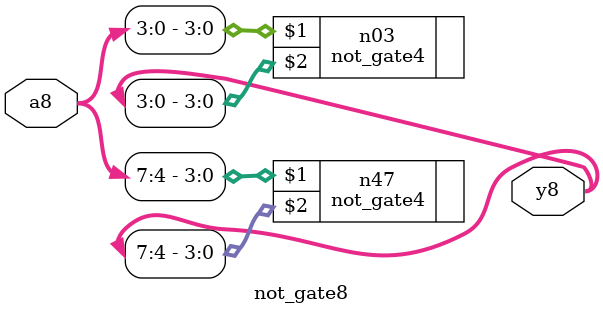
<source format=v>
module not_gate8
(
	input [7:0] a8,
	output [7:0] y8
);

	not_gate4 n03(a8[3:0], y8[3:0]);
	not_gate4 n47(a8[7:4], y8[7:4]);

endmodule

</source>
